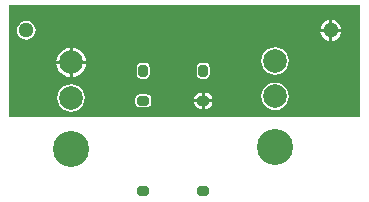
<source format=gbl>
G04*
G04 #@! TF.GenerationSoftware,Altium Limited,Altium Designer,18.1.6 (161)*
G04*
G04 Layer_Physical_Order=2*
G04 Layer_Color=16711680*
%FSLAX44Y44*%
%MOMM*%
G71*
G01*
G75*
%ADD20C,1.2800*%
G04:AMPARAMS|DCode=21|XSize=1mm|YSize=0.8mm|CornerRadius=0.2mm|HoleSize=0mm|Usage=FLASHONLY|Rotation=180.000|XOffset=0mm|YOffset=0mm|HoleType=Round|Shape=RoundedRectangle|*
%AMROUNDEDRECTD21*
21,1,1.0000,0.4000,0,0,180.0*
21,1,0.6000,0.8000,0,0,180.0*
1,1,0.4000,-0.3000,0.2000*
1,1,0.4000,0.3000,0.2000*
1,1,0.4000,0.3000,-0.2000*
1,1,0.4000,-0.3000,-0.2000*
%
%ADD21ROUNDEDRECTD21*%
G04:AMPARAMS|DCode=22|XSize=1mm|YSize=0.8mm|CornerRadius=0.2mm|HoleSize=0mm|Usage=FLASHONLY|Rotation=270.000|XOffset=0mm|YOffset=0mm|HoleType=Round|Shape=RoundedRectangle|*
%AMROUNDEDRECTD22*
21,1,1.0000,0.4000,0,0,270.0*
21,1,0.6000,0.8000,0,0,270.0*
1,1,0.4000,-0.2000,-0.3000*
1,1,0.4000,-0.2000,0.3000*
1,1,0.4000,0.2000,0.3000*
1,1,0.4000,0.2000,-0.3000*
%
%ADD22ROUNDEDRECTD22*%
%ADD23C,2.0000*%
%ADD24C,3.0480*%
G36*
X1020561Y825500D02*
X723149D01*
Y920750D01*
X1020561D01*
Y825500D01*
D02*
G37*
%LPC*%
G36*
X997140Y907970D02*
Y900430D01*
X1004680D01*
X1004541Y901483D01*
X1003644Y903648D01*
X1002218Y905508D01*
X1000358Y906934D01*
X998193Y907831D01*
X997140Y907970D01*
D02*
G37*
G36*
X994600D02*
X993547Y907831D01*
X991382Y906934D01*
X989522Y905508D01*
X988096Y903648D01*
X987199Y901483D01*
X987060Y900430D01*
X994600D01*
Y907970D01*
D02*
G37*
G36*
X737870Y907152D02*
X735801Y906880D01*
X733874Y906082D01*
X732219Y904811D01*
X730948Y903156D01*
X730150Y901229D01*
X729878Y899160D01*
X730150Y897091D01*
X730948Y895164D01*
X732219Y893509D01*
X733874Y892238D01*
X735801Y891440D01*
X737870Y891168D01*
X739939Y891440D01*
X741866Y892238D01*
X743521Y893509D01*
X744792Y895164D01*
X745590Y897091D01*
X745862Y899160D01*
X745590Y901229D01*
X744792Y903156D01*
X743521Y904811D01*
X741866Y906082D01*
X739939Y906880D01*
X737870Y907152D01*
D02*
G37*
G36*
X1004680Y897890D02*
X997140D01*
Y890350D01*
X998193Y890489D01*
X1000358Y891386D01*
X1002218Y892812D01*
X1003644Y894672D01*
X1004541Y896837D01*
X1004680Y897890D01*
D02*
G37*
G36*
X994600D02*
X987060D01*
X987199Y896837D01*
X988096Y894672D01*
X989522Y892812D01*
X991382Y891386D01*
X993547Y890489D01*
X994600Y890350D01*
Y897890D01*
D02*
G37*
G36*
X777240Y884423D02*
Y873252D01*
X788411D01*
X788148Y875245D01*
X786889Y878286D01*
X784885Y880897D01*
X782274Y882901D01*
X779233Y884160D01*
X777240Y884423D01*
D02*
G37*
G36*
X774700D02*
X772707Y884160D01*
X769666Y882901D01*
X767055Y880897D01*
X765051Y878286D01*
X763792Y875245D01*
X763529Y873252D01*
X774700D01*
Y884423D01*
D02*
G37*
G36*
X948690Y884875D02*
X945682Y884479D01*
X942878Y883318D01*
X940471Y881471D01*
X938624Y879064D01*
X937463Y876260D01*
X937067Y873252D01*
X937463Y870244D01*
X938624Y867440D01*
X940471Y865033D01*
X942878Y863186D01*
X945682Y862025D01*
X948690Y861629D01*
X951698Y862025D01*
X954502Y863186D01*
X956909Y865033D01*
X958756Y867440D01*
X959917Y870244D01*
X960313Y873252D01*
X959917Y876260D01*
X958756Y879064D01*
X956909Y881471D01*
X954502Y883318D01*
X951698Y884479D01*
X948690Y884875D01*
D02*
G37*
G36*
X788411Y870712D02*
X777240D01*
Y859541D01*
X779233Y859804D01*
X782274Y861063D01*
X784885Y863067D01*
X786889Y865678D01*
X788148Y868719D01*
X788411Y870712D01*
D02*
G37*
G36*
X774700D02*
X763529D01*
X763792Y868719D01*
X765051Y865678D01*
X767055Y863067D01*
X769666Y861063D01*
X772707Y859804D01*
X774700Y859541D01*
Y870712D01*
D02*
G37*
G36*
X889730Y871463D02*
X885730D01*
X884355Y871189D01*
X883189Y870411D01*
X882411Y869245D01*
X882137Y867870D01*
Y861870D01*
X882411Y860495D01*
X883189Y859329D01*
X884355Y858550D01*
X885730Y858277D01*
X889730D01*
X891105Y858550D01*
X892271Y859329D01*
X893049Y860495D01*
X893323Y861870D01*
Y867870D01*
X893049Y869245D01*
X892271Y870411D01*
X891105Y871189D01*
X889730Y871463D01*
D02*
G37*
G36*
X838930D02*
X834930D01*
X833555Y871189D01*
X832389Y870411D01*
X831610Y869245D01*
X831337Y867870D01*
Y861870D01*
X831610Y860495D01*
X832389Y859329D01*
X833555Y858550D01*
X834930Y858277D01*
X838930D01*
X840305Y858550D01*
X841471Y859329D01*
X842250Y860495D01*
X842523Y861870D01*
Y867870D01*
X842250Y869245D01*
X841471Y870411D01*
X840305Y871189D01*
X838930Y871463D01*
D02*
G37*
G36*
X890730Y846058D02*
X889000D01*
Y840740D01*
X895318D01*
Y841470D01*
X894969Y843226D01*
X893974Y844714D01*
X892486Y845709D01*
X890730Y846058D01*
D02*
G37*
G36*
X886460D02*
X884730D01*
X882974Y845709D01*
X881486Y844714D01*
X880491Y843226D01*
X880142Y841470D01*
Y840740D01*
X886460D01*
Y846058D01*
D02*
G37*
G36*
X839930Y845063D02*
X833930D01*
X832555Y844790D01*
X831389Y844011D01*
X830611Y842845D01*
X830337Y841470D01*
Y837470D01*
X830611Y836095D01*
X831389Y834929D01*
X832555Y834150D01*
X833930Y833877D01*
X839930D01*
X841305Y834150D01*
X842471Y834929D01*
X843250Y836095D01*
X843523Y837470D01*
Y841470D01*
X843250Y842845D01*
X842471Y844011D01*
X841305Y844790D01*
X839930Y845063D01*
D02*
G37*
G36*
X895318Y838200D02*
X889000D01*
Y832882D01*
X890730D01*
X892486Y833231D01*
X893974Y834226D01*
X894969Y835714D01*
X895318Y837470D01*
Y838200D01*
D02*
G37*
G36*
X886460D02*
X880142D01*
Y837470D01*
X880491Y835714D01*
X881486Y834226D01*
X882974Y833231D01*
X884730Y832882D01*
X886460D01*
Y838200D01*
D02*
G37*
G36*
X948690Y854903D02*
X945682Y854507D01*
X942878Y853346D01*
X940471Y851499D01*
X938624Y849092D01*
X937463Y846288D01*
X937067Y843280D01*
X937463Y840272D01*
X938624Y837468D01*
X940471Y835061D01*
X942878Y833214D01*
X945682Y832053D01*
X948690Y831657D01*
X951698Y832053D01*
X954502Y833214D01*
X956909Y835061D01*
X958756Y837468D01*
X959917Y840272D01*
X960313Y843280D01*
X959917Y846288D01*
X958756Y849092D01*
X956909Y851499D01*
X954502Y853346D01*
X951698Y854507D01*
X948690Y854903D01*
D02*
G37*
G36*
X775970Y853633D02*
X772962Y853237D01*
X770158Y852076D01*
X767751Y850229D01*
X765904Y847822D01*
X764743Y845018D01*
X764347Y842010D01*
X764743Y839002D01*
X765904Y836198D01*
X767751Y833791D01*
X770158Y831944D01*
X772962Y830783D01*
X775970Y830387D01*
X778978Y830783D01*
X781782Y831944D01*
X784189Y833791D01*
X786036Y836198D01*
X787197Y839002D01*
X787593Y842010D01*
X787197Y845018D01*
X786036Y847822D01*
X784189Y850229D01*
X781782Y852076D01*
X778978Y853237D01*
X775970Y853633D01*
D02*
G37*
%LPD*%
D20*
X737870Y899160D02*
D03*
X995870D02*
D03*
D21*
X836930Y763270D02*
D03*
X887730D02*
D03*
X836930Y839470D02*
D03*
X887730D02*
D03*
D22*
Y864870D02*
D03*
X836930D02*
D03*
D23*
X775970Y871982D02*
D03*
Y842010D02*
D03*
X948690Y873252D02*
D03*
Y843280D02*
D03*
D24*
X775970Y798830D02*
D03*
X948690Y800100D02*
D03*
M02*

</source>
